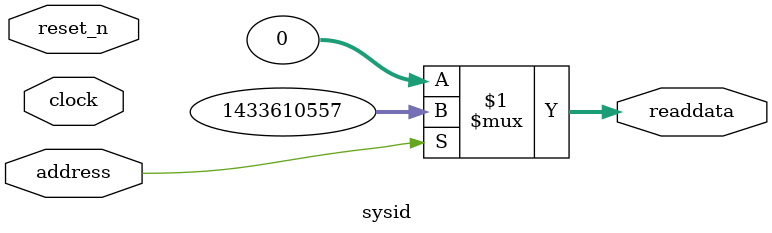
<source format=v>

`timescale 1ns / 1ps
// synthesis translate_on

// turn off superfluous verilog processor warnings 
// altera message_level Level1 
// altera message_off 10034 10035 10036 10037 10230 10240 10030 

module sysid (
               // inputs:
                address,
                clock,
                reset_n,

               // outputs:
                readdata
             )
;

  output  [ 31: 0] readdata;
  input            address;
  input            clock;
  input            reset_n;

  wire    [ 31: 0] readdata;
  //control_slave, which is an e_avalon_slave
  assign readdata = address ? 1433610557 : 0;

endmodule


</source>
